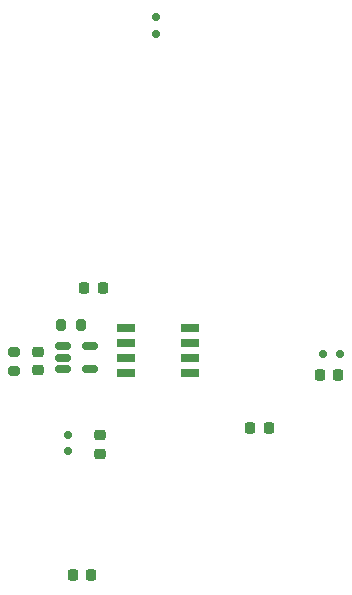
<source format=gbr>
%TF.GenerationSoftware,KiCad,Pcbnew,(7.0.0)*%
%TF.CreationDate,2023-12-21T13:58:15+01:00*%
%TF.ProjectId,PCB-light-challenge,5043422d-6c69-4676-9874-2d6368616c6c,rev?*%
%TF.SameCoordinates,Original*%
%TF.FileFunction,Paste,Top*%
%TF.FilePolarity,Positive*%
%FSLAX46Y46*%
G04 Gerber Fmt 4.6, Leading zero omitted, Abs format (unit mm)*
G04 Created by KiCad (PCBNEW (7.0.0)) date 2023-12-21 13:58:15*
%MOMM*%
%LPD*%
G01*
G04 APERTURE LIST*
G04 Aperture macros list*
%AMRoundRect*
0 Rectangle with rounded corners*
0 $1 Rounding radius*
0 $2 $3 $4 $5 $6 $7 $8 $9 X,Y pos of 4 corners*
0 Add a 4 corners polygon primitive as box body*
4,1,4,$2,$3,$4,$5,$6,$7,$8,$9,$2,$3,0*
0 Add four circle primitives for the rounded corners*
1,1,$1+$1,$2,$3*
1,1,$1+$1,$4,$5*
1,1,$1+$1,$6,$7*
1,1,$1+$1,$8,$9*
0 Add four rect primitives between the rounded corners*
20,1,$1+$1,$2,$3,$4,$5,0*
20,1,$1+$1,$4,$5,$6,$7,0*
20,1,$1+$1,$6,$7,$8,$9,0*
20,1,$1+$1,$8,$9,$2,$3,0*%
G04 Aperture macros list end*
%ADD10RoundRect,0.150000X-0.512500X-0.150000X0.512500X-0.150000X0.512500X0.150000X-0.512500X0.150000X0*%
%ADD11RoundRect,0.225000X0.225000X0.250000X-0.225000X0.250000X-0.225000X-0.250000X0.225000X-0.250000X0*%
%ADD12RoundRect,0.225000X-0.250000X0.225000X-0.250000X-0.225000X0.250000X-0.225000X0.250000X0.225000X0*%
%ADD13RoundRect,0.150000X0.150000X0.200000X-0.150000X0.200000X-0.150000X-0.200000X0.150000X-0.200000X0*%
%ADD14RoundRect,0.225000X0.250000X-0.225000X0.250000X0.225000X-0.250000X0.225000X-0.250000X-0.225000X0*%
%ADD15RoundRect,0.225000X-0.225000X-0.250000X0.225000X-0.250000X0.225000X0.250000X-0.225000X0.250000X0*%
%ADD16RoundRect,0.150000X-0.200000X0.150000X-0.200000X-0.150000X0.200000X-0.150000X0.200000X0.150000X0*%
%ADD17RoundRect,0.200000X0.275000X-0.200000X0.275000X0.200000X-0.275000X0.200000X-0.275000X-0.200000X0*%
%ADD18RoundRect,0.150000X0.200000X-0.150000X0.200000X0.150000X-0.200000X0.150000X-0.200000X-0.150000X0*%
%ADD19RoundRect,0.200000X0.200000X0.275000X-0.200000X0.275000X-0.200000X-0.275000X0.200000X-0.275000X0*%
%ADD20RoundRect,0.023600X-0.741400X-0.271400X0.741400X-0.271400X0.741400X0.271400X-0.741400X0.271400X0*%
%ADD21RoundRect,0.023600X0.741400X0.271400X-0.741400X0.271400X-0.741400X-0.271400X0.741400X-0.271400X0*%
G04 APERTURE END LIST*
D10*
%TO.C,U2*%
X193470000Y-108385000D03*
X193470000Y-109335000D03*
X193470000Y-110285000D03*
X195745000Y-110285000D03*
X195745000Y-108385000D03*
%TD*%
D11*
%TO.C,C9*%
X210845400Y-115290600D03*
X209295400Y-115290600D03*
%TD*%
%TO.C,C3*%
X216713400Y-110820200D03*
X215163400Y-110820200D03*
%TD*%
D12*
%TO.C,C1*%
X191300000Y-108875000D03*
X191300000Y-110425000D03*
%TD*%
D13*
%TO.C,D3*%
X215493600Y-109067600D03*
X216893600Y-109067600D03*
%TD*%
D14*
%TO.C,C5*%
X196545200Y-117462600D03*
X196545200Y-115912600D03*
%TD*%
D15*
%TO.C,C2*%
X194284000Y-127762000D03*
X195834000Y-127762000D03*
%TD*%
%TO.C,C7*%
X195236800Y-103428800D03*
X196786800Y-103428800D03*
%TD*%
D16*
%TO.C,D1*%
X201295000Y-81915000D03*
X201295000Y-80515000D03*
%TD*%
D17*
%TO.C,R1*%
X189290000Y-110475000D03*
X189290000Y-108825000D03*
%TD*%
D18*
%TO.C,D2*%
X193900000Y-115886000D03*
X193900000Y-117286000D03*
%TD*%
D19*
%TO.C,R2*%
X194930000Y-106575000D03*
X193280000Y-106575000D03*
%TD*%
D20*
%TO.C,U3*%
X198740000Y-106850000D03*
X198740000Y-108120000D03*
X198740000Y-109390000D03*
X198740000Y-110660000D03*
D21*
X204220000Y-110660000D03*
X204220000Y-109390000D03*
X204220000Y-108120000D03*
X204220000Y-106850000D03*
%TD*%
M02*

</source>
